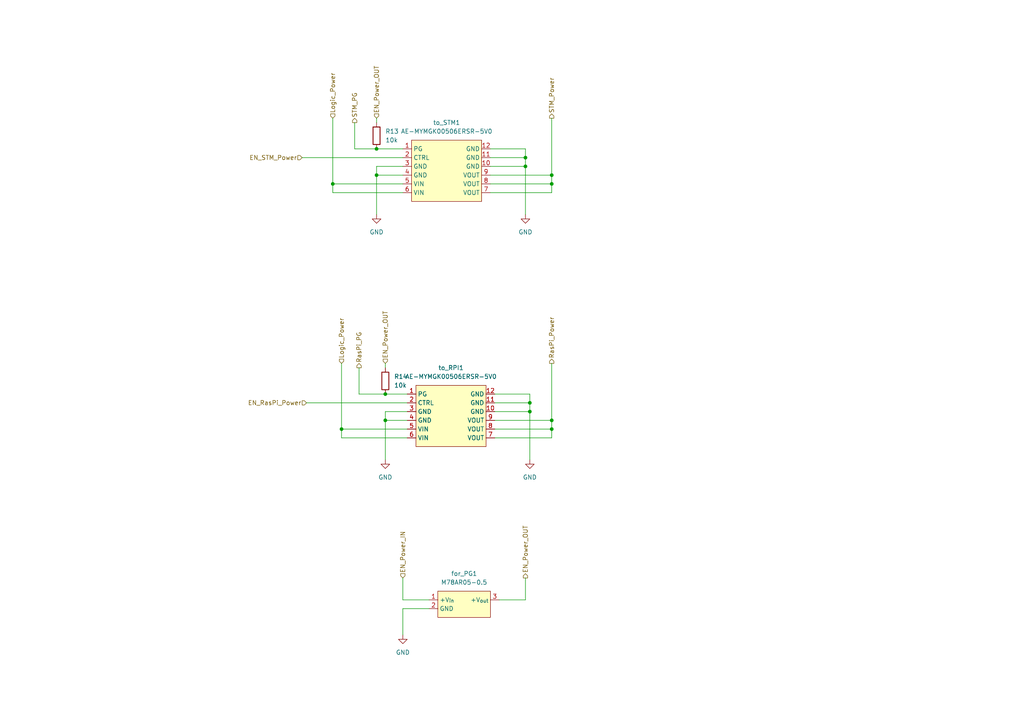
<source format=kicad_sch>
(kicad_sch (version 20250114) (generator "eeschema") (generator_version "9.0")
  (paper "A4")
  (lib_symbols
    (symbol "Device:R" (pin_numbers (hide yes)) (pin_names (offset 0))
      (property "Reference" "R" (at 2.032 0 90))
      (property "Value" "R" (at 0 0 90))
      (symbol "R_0_1"
        (rectangle (start -1.016 -2.54) (end 1.016 2.54) (stroke (width 0.254)))
      )
      (symbol "R_1_1"
        (pin passive line (at 0 3.81 270) (length 1.27) (name "~") (number "1"))
        (pin passive line (at 0 -3.81 90) (length 1.27) (name "~") (number "2"))
      )
    )
    (symbol "RDC_humanoid_project:AE-MYMGK00506ERSR-5V0"
      (property "Reference" "U" (at 0 17.78 0))
      (property "Value" "AE-MYMGK00506ERSR-5V0" (at 0 15.24 0))
      (symbol "AE-MYMGK00506ERSR-5V0_1_1"
        (rectangle (start -10.16 12.7) (end 10.16 -5.08) (fill (type background)))
        (pin input line (at -12.7 10.16 0) (length 2.54) (name "PG") (number "1"))
        (pin input line (at -12.7 7.62 0) (length 2.54) (name "CTRL") (number "2"))
        (pin power_in line (at -12.7 5.08 0) (length 2.54) (name "GND") (number "3"))
        (pin power_in line (at -12.7 2.54 0) (length 2.54) (name "GND") (number "4"))
        (pin power_in line (at -12.7 0 0) (length 2.54) (name "VIN") (number "5"))
        (pin power_in line (at -12.7 -2.54 0) (length 2.54) (name "VIN") (number "6"))
        (pin power_in line (at 12.7 10.16 180) (length 2.54) (name "GND") (number "12"))
        (pin power_in line (at 12.7 7.62 180) (length 2.54) (name "GND") (number "11"))
        (pin power_in line (at 12.7 5.08 180) (length 2.54) (name "GND") (number "10"))
        (pin power_out line (at 12.7 2.54 180) (length 2.54) (name "VOUT") (number "9"))
        (pin power_out line (at 12.7 0 180) (length 2.54) (name "VOUT") (number "8"))
        (pin power_out line (at 12.7 -2.54 180) (length 2.54) (name "VOUT") (number "7"))
      )
    )
    (symbol "RDC_humanoid_project:M78AR05-0.5"
      (property "Reference" "U" (at 10.16 7.62 0))
      (property "Value" "M78AR05-0.5" (at 0 7.62 0))
      (symbol "M78AR05-0.5_1_1"
        (rectangle (start -7.62 5.08) (end 7.62 -2.54) (fill (type background)))
        (pin power_in line (at -10.16 2.54 0) (length 2.54) (name "+V_{in}") (number "1"))
        (pin power_in line (at -10.16 0 0) (length 2.54) (name "GND") (number "2"))
        (pin power_out line (at 10.16 2.54 180) (length 2.54) (name "+V_{out}") (number "3"))
      )
    )
    (symbol "power:GND" (power) (pin_names (offset 0))
      (property "Value" "GND" (at 0 -3.81 0))
      (symbol "GND_0_1"
        (polyline (pts (xy 0 0) (xy 0 -1.27) (xy 1.27 -1.27) (xy 0 -2.54) (xy -1.27 -1.27) (xy 0 -1.27)))
      )
      (symbol "GND_1_1"
        (pin power_in line (at 0 0 270) (length 0) (hide yes) (name "GND") (number "1"))
      )
    )
  )
  (junction (at 160.02 50.8))
  (junction (at 99.06 124.46))
  (junction (at 160.02 124.46))
  (junction (at 109.22 50.8))
  (junction (at 96.52 53.34))
  (junction (at 160.02 121.92))
  (junction (at 153.67 116.84))
  (junction (at 152.4 48.26))
  (junction (at 153.67 119.38))
  (junction (at 111.76 121.92))
  (junction (at 109.22 43.18))
  (junction (at 160.02 53.34))
  (junction (at 111.76 114.3))
  (junction (at 152.4 45.72))
  (wire (pts (xy 153.67 116.84) (xy 153.67 119.38)))
  (wire (pts (xy 102.87 43.18) (xy 109.22 43.18)))
  (wire (pts (xy 143.51 114.3) (xy 153.67 114.3)))
  (wire (pts (xy 153.67 119.38) (xy 153.67 133.35)))
  (wire (pts (xy 152.4 173.99) (xy 144.78 173.99)))
  (wire (pts (xy 142.24 53.34) (xy 160.02 53.34)))
  (wire (pts (xy 109.22 48.26) (xy 109.22 50.8)))
  (wire (pts (xy 160.02 53.34) (xy 160.02 50.8)))
  (wire (pts (xy 109.22 48.26) (xy 116.84 48.26)))
  (wire (pts (xy 104.14 106.68) (xy 104.14 114.3)))
  (wire (pts (xy 116.84 176.53) (xy 116.84 184.15)))
  (wire (pts (xy 124.46 173.99) (xy 116.84 173.99)))
  (wire (pts (xy 142.24 43.18) (xy 152.4 43.18)))
  (wire (pts (xy 143.51 119.38) (xy 153.67 119.38)))
  (wire (pts (xy 118.11 124.46) (xy 99.06 124.46)))
  (wire (pts (xy 160.02 121.92) (xy 160.02 124.46)))
  (wire (pts (xy 124.46 176.53) (xy 116.84 176.53)))
  (wire (pts (xy 109.22 50.8) (xy 116.84 50.8)))
  (wire (pts (xy 116.84 55.88) (xy 96.52 55.88)))
  (wire (pts (xy 143.51 127) (xy 160.02 127)))
  (wire (pts (xy 152.4 43.18) (xy 152.4 45.72)))
  (wire (pts (xy 160.02 124.46) (xy 160.02 127)))
  (wire (pts (xy 111.76 119.38) (xy 111.76 121.92)))
  (wire (pts (xy 102.87 35.56) (xy 102.87 43.18)))
  (wire (pts (xy 142.24 50.8) (xy 160.02 50.8)))
  (wire (pts (xy 111.76 121.92) (xy 111.76 133.35)))
  (wire (pts (xy 96.52 53.34) (xy 116.84 53.34)))
  (wire (pts (xy 143.51 121.92) (xy 160.02 121.92)))
  (wire (pts (xy 96.52 55.88) (xy 96.52 53.34)))
  (wire (pts (xy 111.76 121.92) (xy 118.11 121.92)))
  (wire (pts (xy 153.67 114.3) (xy 153.67 116.84)))
  (wire (pts (xy 88.9 116.84) (xy 118.11 116.84)))
  (wire (pts (xy 111.76 106.68) (xy 111.76 105.41)))
  (wire (pts (xy 152.4 45.72) (xy 152.4 48.26)))
  (wire (pts (xy 109.22 43.18) (xy 116.84 43.18)))
  (wire (pts (xy 116.84 167.64) (xy 116.84 173.99)))
  (wire (pts (xy 111.76 114.3) (xy 118.11 114.3)))
  (wire (pts (xy 160.02 50.8) (xy 160.02 34.29)))
  (wire (pts (xy 143.51 116.84) (xy 153.67 116.84)))
  (wire (pts (xy 118.11 127) (xy 99.06 127)))
  (wire (pts (xy 142.24 55.88) (xy 160.02 55.88)))
  (wire (pts (xy 142.24 48.26) (xy 152.4 48.26)))
  (wire (pts (xy 96.52 53.34) (xy 96.52 34.29)))
  (wire (pts (xy 109.22 50.8) (xy 109.22 62.23)))
  (wire (pts (xy 143.51 124.46) (xy 160.02 124.46)))
  (wire (pts (xy 99.06 127) (xy 99.06 124.46)))
  (wire (pts (xy 104.14 114.3) (xy 111.76 114.3)))
  (wire (pts (xy 99.06 124.46) (xy 99.06 105.41)))
  (wire (pts (xy 111.76 119.38) (xy 118.11 119.38)))
  (wire (pts (xy 152.4 48.26) (xy 152.4 62.23)))
  (wire (pts (xy 109.22 35.56) (xy 109.22 34.29)))
  (wire (pts (xy 160.02 105.41) (xy 160.02 121.92)))
  (wire (pts (xy 160.02 55.88) (xy 160.02 53.34)))
  (wire (pts (xy 142.24 45.72) (xy 152.4 45.72)))
  (wire (pts (xy 152.4 167.64) (xy 152.4 173.99)))
  (wire (pts (xy 87.63 45.72) (xy 116.84 45.72)))
  (hierarchical_label "EN_Power_OUT" (shape output) (at 152.4 167.64 90))
  (hierarchical_label "RasPi_PG" (shape output) (at 104.14 106.68 90))
  (hierarchical_label "STM_Power" (shape output) (at 160.02 34.29 90))
  (hierarchical_label "EN_RasPi_Power" (shape input) (at 88.9 116.84 180))
  (hierarchical_label "EN_Power_OUT" (shape input) (at 109.22 34.29 90))
  (hierarchical_label "RasPi_Power" (shape output) (at 160.02 105.41 90))
  (hierarchical_label "EN_Power_IN" (shape input) (at 116.84 167.64 90))
  (hierarchical_label "EN_Power_OUT" (shape input) (at 111.76 105.41 90))
  (hierarchical_label "STM_PG" (shape output) (at 102.87 35.56 90))
  (hierarchical_label "EN_STM_Power" (shape input) (at 87.63 45.72 180))
  (hierarchical_label "Logic_Power" (shape input) (at 99.06 105.41 90))
  (hierarchical_label "Logic_Power" (shape input) (at 96.52 34.29 90))
  (symbol (lib_id "power:GND") (at 111.76 133.35 0) (unit 1)
    (property "Reference" "#PWR034" (effects (hide yes)))
    (property "Value" "GND" (at 111.76 138.43 0))
  )
  (symbol (lib_id "RDC_humanoid_project:AE-MYMGK00506ERSR-5V0") (at 130.81 124.46 0) (unit 1)
    (property "Reference" "to_RPI1" (at 130.81 106.68 0))
    (property "Value" "AE-MYMGK00506ERSR-5V0" (at 130.81 109.22 0))
    (property "Footprint" "RDC_humanoid_project:AE-MYMGK00506ERSR-5V0" (effects (hide yes)))
  )
  (symbol (lib_id "RDC_humanoid_project:AE-MYMGK00506ERSR-5V0") (at 129.54 53.34 0) (unit 1)
    (property "Reference" "to_STM1" (at 129.54 35.56 0))
    (property "Value" "AE-MYMGK00506ERSR-5V0" (at 129.54 38.1 0))
    (property "Footprint" "RDC_humanoid_project:AE-MYMGK00506ERSR-5V0" (effects (hide yes)))
  )
  (symbol (lib_id "power:GND") (at 109.22 62.23 0) (unit 1)
    (property "Reference" "#PWR033" (effects (hide yes)))
    (property "Value" "GND" (at 109.22 67.31 0))
  )
  (symbol (lib_id "power:GND") (at 153.67 133.35 0) (unit 1)
    (property "Reference" "#PWR037" (effects (hide yes)))
    (property "Value" "GND" (at 153.67 138.43 0))
  )
  (symbol (lib_id "RDC_humanoid_project:M78AR05-0.5") (at 134.62 176.53 0) (unit 1)
    (property "Reference" "for_PG1" (at 134.62 166.37 0))
    (property "Value" "M78AR05-0.5" (at 134.62 168.91 0))
    (property "Footprint" "RDC_humanoid_project:M78A" (effects (hide yes)))
  )
  (symbol (lib_id "power:GND") (at 152.4 62.23 0) (unit 1)
    (property "Reference" "#PWR036" (effects (hide yes)))
    (property "Value" "GND" (at 152.4 67.31 0))
  )
  (symbol (lib_id "Device:R") (at 109.22 39.37 0) (unit 1)
    (property "Reference" "R13" (at 111.76 38.1 0) (effects (justify left)))
    (property "Value" "10k" (at 111.76 40.64 0) (effects (justify left)))
    (property "Footprint" "Resistor_SMD:R_0603_1608Metric" (effects (hide yes)))
  )
  (symbol (lib_id "Device:R") (at 111.76 110.49 0) (unit 1)
    (property "Reference" "R14" (at 114.3 109.22 0) (effects (justify left)))
    (property "Value" "10k" (at 114.3 111.76 0) (effects (justify left)))
    (property "Footprint" "Resistor_SMD:R_0603_1608Metric" (effects (hide yes)))
  )
  (symbol (lib_id "power:GND") (at 116.84 184.15 0) (unit 1)
    (property "Reference" "#PWR035" (effects (hide yes)))
    (property "Value" "GND" (at 116.84 189.23 0))
    (property "Footprint" "Connector_AMASS:AMASS_XT60-M_1x02_P7.20mm_Vertical" (effects (hide yes)))
  )
)
</source>
